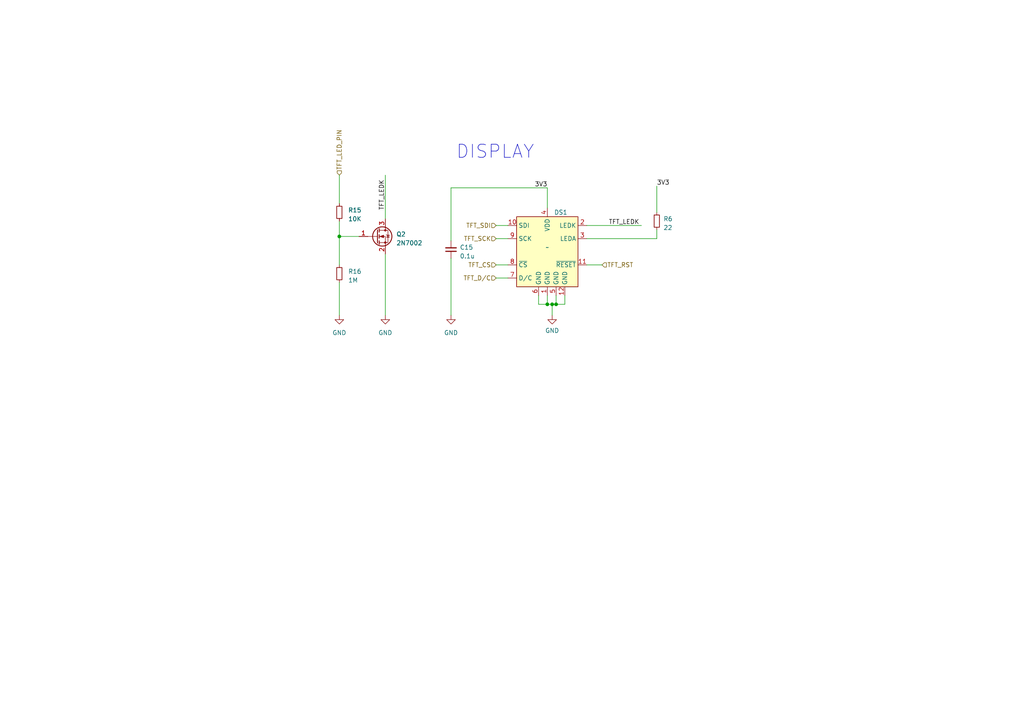
<source format=kicad_sch>
(kicad_sch (version 20230121) (generator eeschema)

  (uuid 446a9963-fff0-488a-b95e-f7a9c46584f2)

  (paper "A4")

  (lib_symbols
    (symbol "Device:C_Small" (pin_numbers hide) (pin_names (offset 0.254) hide) (in_bom yes) (on_board yes)
      (property "Reference" "C" (at 0.254 1.778 0)
        (effects (font (size 1.27 1.27)) (justify left))
      )
      (property "Value" "C_Small" (at 0.254 -2.032 0)
        (effects (font (size 1.27 1.27)) (justify left))
      )
      (property "Footprint" "" (at 0 0 0)
        (effects (font (size 1.27 1.27)) hide)
      )
      (property "Datasheet" "~" (at 0 0 0)
        (effects (font (size 1.27 1.27)) hide)
      )
      (property "ki_keywords" "capacitor cap" (at 0 0 0)
        (effects (font (size 1.27 1.27)) hide)
      )
      (property "ki_description" "Unpolarized capacitor, small symbol" (at 0 0 0)
        (effects (font (size 1.27 1.27)) hide)
      )
      (property "ki_fp_filters" "C_*" (at 0 0 0)
        (effects (font (size 1.27 1.27)) hide)
      )
      (symbol "C_Small_0_1"
        (polyline
          (pts
            (xy -1.524 -0.508)
            (xy 1.524 -0.508)
          )
          (stroke (width 0.3302) (type default))
          (fill (type none))
        )
        (polyline
          (pts
            (xy -1.524 0.508)
            (xy 1.524 0.508)
          )
          (stroke (width 0.3048) (type default))
          (fill (type none))
        )
      )
      (symbol "C_Small_1_1"
        (pin passive line (at 0 2.54 270) (length 2.032)
          (name "~" (effects (font (size 1.27 1.27))))
          (number "1" (effects (font (size 1.27 1.27))))
        )
        (pin passive line (at 0 -2.54 90) (length 2.032)
          (name "~" (effects (font (size 1.27 1.27))))
          (number "2" (effects (font (size 1.27 1.27))))
        )
      )
    )
    (symbol "Device:R_Small" (pin_numbers hide) (pin_names (offset 0.254) hide) (in_bom yes) (on_board yes)
      (property "Reference" "R" (at 0.762 0.508 0)
        (effects (font (size 1.27 1.27)) (justify left))
      )
      (property "Value" "R_Small" (at 0.762 -1.016 0)
        (effects (font (size 1.27 1.27)) (justify left))
      )
      (property "Footprint" "" (at 0 0 0)
        (effects (font (size 1.27 1.27)) hide)
      )
      (property "Datasheet" "~" (at 0 0 0)
        (effects (font (size 1.27 1.27)) hide)
      )
      (property "ki_keywords" "R resistor" (at 0 0 0)
        (effects (font (size 1.27 1.27)) hide)
      )
      (property "ki_description" "Resistor, small symbol" (at 0 0 0)
        (effects (font (size 1.27 1.27)) hide)
      )
      (property "ki_fp_filters" "R_*" (at 0 0 0)
        (effects (font (size 1.27 1.27)) hide)
      )
      (symbol "R_Small_0_1"
        (rectangle (start -0.762 1.778) (end 0.762 -1.778)
          (stroke (width 0.2032) (type default))
          (fill (type none))
        )
      )
      (symbol "R_Small_1_1"
        (pin passive line (at 0 2.54 270) (length 0.762)
          (name "~" (effects (font (size 1.27 1.27))))
          (number "1" (effects (font (size 1.27 1.27))))
        )
        (pin passive line (at 0 -2.54 90) (length 0.762)
          (name "~" (effects (font (size 1.27 1.27))))
          (number "2" (effects (font (size 1.27 1.27))))
        )
      )
    )
    (symbol "Project_Library:GC9A01" (in_bom yes) (on_board yes)
      (property "Reference" "DS" (at 6.35 10.16 0)
        (effects (font (size 1.27 1.27)))
      )
      (property "Value" "" (at 0 0 0)
        (effects (font (size 1.27 1.27)))
      )
      (property "Footprint" "Project:GC9A01_TOP" (at 0 0 0)
        (effects (font (size 1.27 1.27)) hide)
      )
      (property "Datasheet" "" (at 0 0 0)
        (effects (font (size 1.27 1.27)) hide)
      )
      (symbol "GC9A01_0_0"
        (pin power_in line (at 0 -13.97 90) (length 2.54)
          (name "GND" (effects (font (size 1.27 1.27))))
          (number "1" (effects (font (size 1.27 1.27))))
        )
        (pin bidirectional line (at -11.43 6.35 0) (length 2.54)
          (name "SDI" (effects (font (size 1.27 1.27))))
          (number "10" (effects (font (size 1.27 1.27))))
        )
        (pin input line (at 11.43 -5.08 180) (length 2.54)
          (name "~{RESET}" (effects (font (size 1.27 1.27))))
          (number "11" (effects (font (size 1.27 1.27))))
        )
        (pin power_in line (at 5.08 -13.97 90) (length 2.54)
          (name "GND" (effects (font (size 1.27 1.27))))
          (number "12" (effects (font (size 1.27 1.27))))
        )
        (pin passive line (at 11.43 6.35 180) (length 2.54)
          (name "LEDK" (effects (font (size 1.27 1.27))))
          (number "2" (effects (font (size 1.27 1.27))))
        )
        (pin passive line (at 11.43 2.54 180) (length 2.54)
          (name "LEDA" (effects (font (size 1.27 1.27))))
          (number "3" (effects (font (size 1.27 1.27))))
        )
        (pin power_in line (at 0 11.43 270) (length 2.54)
          (name "VDD" (effects (font (size 1.27 1.27))))
          (number "4" (effects (font (size 1.27 1.27))))
        )
        (pin power_in line (at 2.54 -13.97 90) (length 2.54)
          (name "GND" (effects (font (size 1.27 1.27))))
          (number "5" (effects (font (size 1.27 1.27))))
        )
        (pin power_in line (at -2.54 -13.97 90) (length 2.54)
          (name "GND" (effects (font (size 1.27 1.27))))
          (number "6" (effects (font (size 1.27 1.27))))
        )
        (pin input line (at -11.43 -8.89 0) (length 2.54)
          (name "D/C" (effects (font (size 1.27 1.27))))
          (number "7" (effects (font (size 1.27 1.27))))
        )
        (pin input line (at -11.43 -5.08 0) (length 2.54)
          (name "~{CS}" (effects (font (size 1.27 1.27))))
          (number "8" (effects (font (size 1.27 1.27))))
        )
        (pin input line (at -11.43 2.54 0) (length 2.54)
          (name "SCK" (effects (font (size 1.27 1.27))))
          (number "9" (effects (font (size 1.27 1.27))))
        )
      )
      (symbol "GC9A01_0_1"
        (rectangle (start -8.89 8.89) (end 8.89 -11.43)
          (stroke (width 0.2032) (type solid))
          (fill (type background))
        )
      )
    )
    (symbol "Transistor_FET:2N7002" (pin_names hide) (in_bom yes) (on_board yes)
      (property "Reference" "Q" (at 5.08 1.905 0)
        (effects (font (size 1.27 1.27)) (justify left))
      )
      (property "Value" "2N7002" (at 5.08 0 0)
        (effects (font (size 1.27 1.27)) (justify left))
      )
      (property "Footprint" "Package_TO_SOT_SMD:SOT-23" (at 5.08 -1.905 0)
        (effects (font (size 1.27 1.27) italic) (justify left) hide)
      )
      (property "Datasheet" "https://www.onsemi.com/pub/Collateral/NDS7002A-D.PDF" (at 0 0 0)
        (effects (font (size 1.27 1.27)) (justify left) hide)
      )
      (property "ki_keywords" "N-Channel Switching MOSFET" (at 0 0 0)
        (effects (font (size 1.27 1.27)) hide)
      )
      (property "ki_description" "0.115A Id, 60V Vds, N-Channel MOSFET, SOT-23" (at 0 0 0)
        (effects (font (size 1.27 1.27)) hide)
      )
      (property "ki_fp_filters" "SOT?23*" (at 0 0 0)
        (effects (font (size 1.27 1.27)) hide)
      )
      (symbol "2N7002_0_1"
        (polyline
          (pts
            (xy 0.254 0)
            (xy -2.54 0)
          )
          (stroke (width 0) (type default))
          (fill (type none))
        )
        (polyline
          (pts
            (xy 0.254 1.905)
            (xy 0.254 -1.905)
          )
          (stroke (width 0.254) (type default))
          (fill (type none))
        )
        (polyline
          (pts
            (xy 0.762 -1.27)
            (xy 0.762 -2.286)
          )
          (stroke (width 0.254) (type default))
          (fill (type none))
        )
        (polyline
          (pts
            (xy 0.762 0.508)
            (xy 0.762 -0.508)
          )
          (stroke (width 0.254) (type default))
          (fill (type none))
        )
        (polyline
          (pts
            (xy 0.762 2.286)
            (xy 0.762 1.27)
          )
          (stroke (width 0.254) (type default))
          (fill (type none))
        )
        (polyline
          (pts
            (xy 2.54 2.54)
            (xy 2.54 1.778)
          )
          (stroke (width 0) (type default))
          (fill (type none))
        )
        (polyline
          (pts
            (xy 2.54 -2.54)
            (xy 2.54 0)
            (xy 0.762 0)
          )
          (stroke (width 0) (type default))
          (fill (type none))
        )
        (polyline
          (pts
            (xy 0.762 -1.778)
            (xy 3.302 -1.778)
            (xy 3.302 1.778)
            (xy 0.762 1.778)
          )
          (stroke (width 0) (type default))
          (fill (type none))
        )
        (polyline
          (pts
            (xy 1.016 0)
            (xy 2.032 0.381)
            (xy 2.032 -0.381)
            (xy 1.016 0)
          )
          (stroke (width 0) (type default))
          (fill (type outline))
        )
        (polyline
          (pts
            (xy 2.794 0.508)
            (xy 2.921 0.381)
            (xy 3.683 0.381)
            (xy 3.81 0.254)
          )
          (stroke (width 0) (type default))
          (fill (type none))
        )
        (polyline
          (pts
            (xy 3.302 0.381)
            (xy 2.921 -0.254)
            (xy 3.683 -0.254)
            (xy 3.302 0.381)
          )
          (stroke (width 0) (type default))
          (fill (type none))
        )
        (circle (center 1.651 0) (radius 2.794)
          (stroke (width 0.254) (type default))
          (fill (type none))
        )
        (circle (center 2.54 -1.778) (radius 0.254)
          (stroke (width 0) (type default))
          (fill (type outline))
        )
        (circle (center 2.54 1.778) (radius 0.254)
          (stroke (width 0) (type default))
          (fill (type outline))
        )
      )
      (symbol "2N7002_1_1"
        (pin input line (at -5.08 0 0) (length 2.54)
          (name "G" (effects (font (size 1.27 1.27))))
          (number "1" (effects (font (size 1.27 1.27))))
        )
        (pin passive line (at 2.54 -5.08 90) (length 2.54)
          (name "S" (effects (font (size 1.27 1.27))))
          (number "2" (effects (font (size 1.27 1.27))))
        )
        (pin passive line (at 2.54 5.08 270) (length 2.54)
          (name "D" (effects (font (size 1.27 1.27))))
          (number "3" (effects (font (size 1.27 1.27))))
        )
      )
    )
    (symbol "power:GND" (power) (pin_names (offset 0)) (in_bom yes) (on_board yes)
      (property "Reference" "#PWR" (at 0 -6.35 0)
        (effects (font (size 1.27 1.27)) hide)
      )
      (property "Value" "GND" (at 0 -3.81 0)
        (effects (font (size 1.27 1.27)))
      )
      (property "Footprint" "" (at 0 0 0)
        (effects (font (size 1.27 1.27)) hide)
      )
      (property "Datasheet" "" (at 0 0 0)
        (effects (font (size 1.27 1.27)) hide)
      )
      (property "ki_keywords" "global power" (at 0 0 0)
        (effects (font (size 1.27 1.27)) hide)
      )
      (property "ki_description" "Power symbol creates a global label with name \"GND\" , ground" (at 0 0 0)
        (effects (font (size 1.27 1.27)) hide)
      )
      (symbol "GND_0_1"
        (polyline
          (pts
            (xy 0 0)
            (xy 0 -1.27)
            (xy 1.27 -1.27)
            (xy 0 -2.54)
            (xy -1.27 -1.27)
            (xy 0 -1.27)
          )
          (stroke (width 0) (type default))
          (fill (type none))
        )
      )
      (symbol "GND_1_1"
        (pin power_in line (at 0 0 270) (length 0) hide
          (name "GND" (effects (font (size 1.27 1.27))))
          (number "1" (effects (font (size 1.27 1.27))))
        )
      )
    )
  )

  (junction (at 98.425 68.58) (diameter 0) (color 0 0 0 0)
    (uuid 6305eeb4-b5fe-4621-96bd-05fc81eaf171)
  )
  (junction (at 161.29 88.265) (diameter 0) (color 0 0 0 0)
    (uuid 8e7391bc-ed06-4ec4-ae94-9a8872d25e48)
  )
  (junction (at 160.147 88.265) (diameter 0) (color 0 0 0 0)
    (uuid bfd538af-f2ce-4eaf-9199-92f6013ef711)
  )
  (junction (at 158.75 88.265) (diameter 0) (color 0 0 0 0)
    (uuid deb3e419-d1ae-4ab1-9c3e-7b61e4ec8adb)
  )

  (wire (pts (xy 163.83 88.265) (xy 163.83 85.725))
    (stroke (width 0) (type default))
    (uuid 0a90373d-1db6-43a7-b41e-343cd5266635)
  )
  (wire (pts (xy 111.76 73.66) (xy 111.76 91.44))
    (stroke (width 0) (type default))
    (uuid 10d721e6-f7e0-4cdd-a417-fa44f61d17ae)
  )
  (wire (pts (xy 98.425 68.58) (xy 104.14 68.58))
    (stroke (width 0) (type default))
    (uuid 17de60bc-20a3-476c-bceb-baf282f35f7c)
  )
  (wire (pts (xy 111.76 50.8) (xy 111.76 63.5))
    (stroke (width 0) (type default))
    (uuid 1ccfe04c-bdd4-4f25-8666-1cddfbfc8534)
  )
  (wire (pts (xy 98.425 68.58) (xy 98.425 76.835))
    (stroke (width 0) (type default))
    (uuid 246cd303-8420-4dae-a5e0-d24e575c5d75)
  )
  (wire (pts (xy 130.81 74.93) (xy 130.81 91.44))
    (stroke (width 0) (type default))
    (uuid 2ebb790c-0717-41fb-8b43-4ebcd7e52fa0)
  )
  (wire (pts (xy 161.29 85.725) (xy 161.29 88.265))
    (stroke (width 0) (type default))
    (uuid 35ddd4e9-1454-4c4e-a122-a9591d723036)
  )
  (wire (pts (xy 158.75 54.483) (xy 158.75 60.325))
    (stroke (width 0) (type default))
    (uuid 37279095-a33e-499e-b1d2-f18b13c01b20)
  )
  (wire (pts (xy 98.425 50.8) (xy 98.425 59.055))
    (stroke (width 0) (type default))
    (uuid 3978e519-557c-47f2-a08a-5ddbc2df80a2)
  )
  (wire (pts (xy 143.891 69.215) (xy 147.32 69.215))
    (stroke (width 0) (type default))
    (uuid 39fabd37-c841-4c09-bc76-34199dbd0171)
  )
  (wire (pts (xy 170.18 65.405) (xy 186.055 65.405))
    (stroke (width 0) (type default))
    (uuid 46681490-f151-4ab2-8bd3-2ace674e5eb0)
  )
  (wire (pts (xy 158.75 85.725) (xy 158.75 88.265))
    (stroke (width 0) (type default))
    (uuid 498b3ab8-4c0a-479d-a199-283be4819474)
  )
  (wire (pts (xy 156.21 85.725) (xy 156.21 88.265))
    (stroke (width 0) (type default))
    (uuid 4f9428aa-f150-42ea-ae9c-11c3f14c9dcd)
  )
  (wire (pts (xy 156.21 88.265) (xy 158.75 88.265))
    (stroke (width 0) (type default))
    (uuid 57f03832-e57b-4a2b-92fc-15261d914a3b)
  )
  (wire (pts (xy 160.147 91.44) (xy 160.147 88.265))
    (stroke (width 0) (type default))
    (uuid 630ffde8-e41f-460b-a0f6-be0919d5024f)
  )
  (wire (pts (xy 170.18 76.835) (xy 174.625 76.835))
    (stroke (width 0) (type default))
    (uuid 64cdfc84-6355-406e-8efe-8f62b1055d46)
  )
  (wire (pts (xy 190.5 69.215) (xy 170.18 69.215))
    (stroke (width 0) (type default))
    (uuid 663f0567-b642-416e-a81d-75ec0b8c28e6)
  )
  (wire (pts (xy 130.81 69.85) (xy 130.81 54.483))
    (stroke (width 0) (type default))
    (uuid 7913ecc4-bee7-48f9-be3f-478979c254c9)
  )
  (wire (pts (xy 143.891 65.405) (xy 147.32 65.405))
    (stroke (width 0) (type default))
    (uuid 81ae9b44-fcdf-4398-9080-01a2c281522c)
  )
  (wire (pts (xy 158.75 88.265) (xy 160.147 88.265))
    (stroke (width 0) (type default))
    (uuid 84d5b7b6-bd5d-477c-a145-33429a825d00)
  )
  (wire (pts (xy 130.81 54.483) (xy 158.75 54.483))
    (stroke (width 0) (type default))
    (uuid 990c3427-0c8f-4729-91a2-d18f03857769)
  )
  (wire (pts (xy 160.147 88.265) (xy 161.29 88.265))
    (stroke (width 0) (type default))
    (uuid 9ad45226-8389-4e5a-b78e-0d79469ffcbd)
  )
  (wire (pts (xy 143.891 80.645) (xy 147.32 80.645))
    (stroke (width 0) (type default))
    (uuid 9c452466-8412-4405-9186-c566ca29e173)
  )
  (wire (pts (xy 98.425 81.915) (xy 98.425 91.44))
    (stroke (width 0) (type default))
    (uuid b2155aab-e99f-4f68-b417-63cfc6b435ca)
  )
  (wire (pts (xy 98.425 64.135) (xy 98.425 68.58))
    (stroke (width 0) (type default))
    (uuid d277f48d-8ad2-4f5f-8092-0c512eca65af)
  )
  (wire (pts (xy 143.891 76.835) (xy 147.32 76.835))
    (stroke (width 0) (type default))
    (uuid d78cfc13-b467-4d53-9b1b-02310e8a95ad)
  )
  (wire (pts (xy 190.5 66.675) (xy 190.5 69.215))
    (stroke (width 0) (type default))
    (uuid e3298eb0-c210-427d-ae5a-d92ebc9b8816)
  )
  (wire (pts (xy 161.29 88.265) (xy 163.83 88.265))
    (stroke (width 0) (type default))
    (uuid efeb2337-eb91-4c0a-b147-e85a62f03481)
  )
  (wire (pts (xy 190.5 53.975) (xy 190.5 61.595))
    (stroke (width 0) (type default))
    (uuid ff395d9a-3010-4e84-a2b0-020cc5703698)
  )

  (text "DISPLAY\n" (at 132.207 46.355 0)
    (effects (font (size 3.81 3.81)) (justify left bottom))
    (uuid bbc0c7c4-fb10-4d59-a196-efac30fe37f6)
  )

  (label "3V3" (at 155.067 54.483 0) (fields_autoplaced)
    (effects (font (size 1.27 1.27)) (justify left bottom))
    (uuid 54d3c339-386e-44d0-a913-29f136420a21)
  )
  (label "TFT_LEDK" (at 176.53 65.405 0) (fields_autoplaced)
    (effects (font (size 1.27 1.27)) (justify left bottom))
    (uuid 571fbf6f-f85a-4d3a-80dc-e1f7b5c3238b)
  )
  (label "3V3" (at 190.5 53.975 0) (fields_autoplaced)
    (effects (font (size 1.27 1.27)) (justify left bottom))
    (uuid ea8bb20c-a0ac-4290-9b74-4c19249f545a)
  )
  (label "TFT_LEDK" (at 111.76 60.96 90) (fields_autoplaced)
    (effects (font (size 1.27 1.27)) (justify left bottom))
    (uuid fe648cb1-d834-4f99-a95e-549f0ebc4c4e)
  )

  (hierarchical_label "TFT_SCK" (shape input) (at 143.891 69.215 180) (fields_autoplaced)
    (effects (font (size 1.27 1.27)) (justify right))
    (uuid 3c82c283-5d48-49cf-a57b-ab0b13817c14)
  )
  (hierarchical_label "TFT_CS" (shape input) (at 143.891 76.835 180) (fields_autoplaced)
    (effects (font (size 1.27 1.27)) (justify right))
    (uuid 43d97ee5-f756-418e-983f-6819b4bd7189)
  )
  (hierarchical_label "TFT_SDI" (shape input) (at 143.891 65.405 180) (fields_autoplaced)
    (effects (font (size 1.27 1.27)) (justify right))
    (uuid 5914bab1-8e41-4adc-83dd-9f012a22b7a6)
  )
  (hierarchical_label "TFT_RST" (shape input) (at 174.625 76.835 0) (fields_autoplaced)
    (effects (font (size 1.27 1.27)) (justify left))
    (uuid d998cfba-4032-4da9-a219-251cfea77bb8)
  )
  (hierarchical_label "TFT_D{slash}C" (shape input) (at 143.891 80.645 180) (fields_autoplaced)
    (effects (font (size 1.27 1.27)) (justify right))
    (uuid e71d5b2f-3310-467b-958c-7b722016d6fd)
  )
  (hierarchical_label "TFT_LED_PIN" (shape input) (at 98.425 50.8 90) (fields_autoplaced)
    (effects (font (size 1.27 1.27)) (justify left))
    (uuid e94ef3ec-0b0c-4f0e-ac20-222519697268)
  )

  (symbol (lib_id "Device:R_Small") (at 190.5 64.135 180) (unit 1)
    (in_bom yes) (on_board yes) (dnp no) (fields_autoplaced)
    (uuid 04088a03-97e4-45b8-98e2-93802f33e896)
    (property "Reference" "R6" (at 192.405 63.5 0)
      (effects (font (size 1.27 1.27)) (justify right))
    )
    (property "Value" "22" (at 192.405 66.04 0)
      (effects (font (size 1.27 1.27)) (justify right))
    )
    (property "Footprint" "" (at 190.5 64.135 0)
      (effects (font (size 1.27 1.27)) hide)
    )
    (property "Datasheet" "~" (at 190.5 64.135 0)
      (effects (font (size 1.27 1.27)) hide)
    )
    (pin "1" (uuid e29cfc6e-0c33-4a61-a048-2d22f5a35e77))
    (pin "2" (uuid 9d6400c7-a08f-4a5b-b750-5957833646fa))
    (instances
      (project "BEEWATCH"
        (path "/e9c5fb53-480b-4989-8495-a3341ee99514/15b9618d-10d4-4333-8312-f49228536273"
          (reference "R6") (unit 1)
        )
      )
    )
  )

  (symbol (lib_id "Device:R_Small") (at 98.425 61.595 0) (unit 1)
    (in_bom yes) (on_board yes) (dnp no) (fields_autoplaced)
    (uuid 56fa8621-b7bc-456a-a321-6ad12905d857)
    (property "Reference" "R15" (at 100.965 60.96 0)
      (effects (font (size 1.27 1.27)) (justify left))
    )
    (property "Value" "10K" (at 100.965 63.5 0)
      (effects (font (size 1.27 1.27)) (justify left))
    )
    (property "Footprint" "" (at 98.425 61.595 0)
      (effects (font (size 1.27 1.27)) hide)
    )
    (property "Datasheet" "~" (at 98.425 61.595 0)
      (effects (font (size 1.27 1.27)) hide)
    )
    (pin "1" (uuid c8094e09-4c30-4da1-b682-65b2190ee530))
    (pin "2" (uuid 044d011a-6ec9-4c3d-bf3d-16e478b5ad6f))
    (instances
      (project "BEEWATCH"
        (path "/e9c5fb53-480b-4989-8495-a3341ee99514/15b9618d-10d4-4333-8312-f49228536273"
          (reference "R15") (unit 1)
        )
      )
    )
  )

  (symbol (lib_id "power:GND") (at 111.76 91.44 0) (unit 1)
    (in_bom yes) (on_board yes) (dnp no) (fields_autoplaced)
    (uuid 9a458148-cf4a-47cf-b9b9-0b4ac0b332d4)
    (property "Reference" "#PWR020" (at 111.76 97.79 0)
      (effects (font (size 1.27 1.27)) hide)
    )
    (property "Value" "GND" (at 111.76 96.52 0)
      (effects (font (size 1.27 1.27)))
    )
    (property "Footprint" "" (at 111.76 91.44 0)
      (effects (font (size 1.27 1.27)) hide)
    )
    (property "Datasheet" "" (at 111.76 91.44 0)
      (effects (font (size 1.27 1.27)) hide)
    )
    (pin "1" (uuid 88afdc8c-1697-4622-82fe-9b022bc1750a))
    (instances
      (project "BEEWATCH"
        (path "/e9c5fb53-480b-4989-8495-a3341ee99514/15b9618d-10d4-4333-8312-f49228536273"
          (reference "#PWR020") (unit 1)
        )
      )
    )
  )

  (symbol (lib_id "power:GND") (at 160.147 91.44 0) (unit 1)
    (in_bom yes) (on_board yes) (dnp no) (fields_autoplaced)
    (uuid a0d1fcaf-d253-4ce6-803b-4ab5c20fe69f)
    (property "Reference" "#PWR013" (at 160.147 97.79 0)
      (effects (font (size 1.27 1.27)) hide)
    )
    (property "Value" "GND" (at 160.147 95.885 0)
      (effects (font (size 1.27 1.27)))
    )
    (property "Footprint" "" (at 160.147 91.44 0)
      (effects (font (size 1.27 1.27)) hide)
    )
    (property "Datasheet" "" (at 160.147 91.44 0)
      (effects (font (size 1.27 1.27)) hide)
    )
    (pin "1" (uuid 81ef0af4-3c61-42c7-b1e7-6fbddd650973))
    (instances
      (project "BEEWATCH"
        (path "/e9c5fb53-480b-4989-8495-a3341ee99514/15b9618d-10d4-4333-8312-f49228536273"
          (reference "#PWR013") (unit 1)
        )
      )
    )
  )

  (symbol (lib_id "Device:C_Small") (at 130.81 72.39 180) (unit 1)
    (in_bom yes) (on_board yes) (dnp no) (fields_autoplaced)
    (uuid a65ac1ab-cc1c-476c-85ff-fdb00cfdca75)
    (property "Reference" "C15" (at 133.35 71.7486 0)
      (effects (font (size 1.27 1.27)) (justify right))
    )
    (property "Value" "0.1u" (at 133.35 74.2886 0)
      (effects (font (size 1.27 1.27)) (justify right))
    )
    (property "Footprint" "" (at 130.81 72.39 0)
      (effects (font (size 1.27 1.27)) hide)
    )
    (property "Datasheet" "~" (at 130.81 72.39 0)
      (effects (font (size 1.27 1.27)) hide)
    )
    (pin "1" (uuid 7c654b94-24cc-46e2-a2d1-de689847c6b2))
    (pin "2" (uuid ae4b2f33-cc2d-448c-8c78-e43c23bdc5a1))
    (instances
      (project "BEEWATCH"
        (path "/e9c5fb53-480b-4989-8495-a3341ee99514/15b9618d-10d4-4333-8312-f49228536273"
          (reference "C15") (unit 1)
        )
      )
    )
  )

  (symbol (lib_id "power:GND") (at 98.425 91.44 0) (unit 1)
    (in_bom yes) (on_board yes) (dnp no) (fields_autoplaced)
    (uuid aba8ee82-7b40-4a2c-a02e-e3061d67f041)
    (property "Reference" "#PWR021" (at 98.425 97.79 0)
      (effects (font (size 1.27 1.27)) hide)
    )
    (property "Value" "GND" (at 98.425 96.52 0)
      (effects (font (size 1.27 1.27)))
    )
    (property "Footprint" "" (at 98.425 91.44 0)
      (effects (font (size 1.27 1.27)) hide)
    )
    (property "Datasheet" "" (at 98.425 91.44 0)
      (effects (font (size 1.27 1.27)) hide)
    )
    (pin "1" (uuid dc6220fc-ce97-4f99-ac00-26baaf4d0bbe))
    (instances
      (project "BEEWATCH"
        (path "/e9c5fb53-480b-4989-8495-a3341ee99514/15b9618d-10d4-4333-8312-f49228536273"
          (reference "#PWR021") (unit 1)
        )
      )
    )
  )

  (symbol (lib_id "Project_Library:GC9A01") (at 158.75 71.755 0) (unit 1)
    (in_bom yes) (on_board yes) (dnp no) (fields_autoplaced)
    (uuid b2d61d51-032c-4149-b27e-674ce9dd374b)
    (property "Reference" "DS1" (at 160.7059 61.595 0)
      (effects (font (size 1.27 1.27)) (justify left))
    )
    (property "Value" "~" (at 158.75 71.755 0)
      (effects (font (size 1.27 1.27)))
    )
    (property "Footprint" "Project:GC9A01_TOP" (at 158.75 71.755 0)
      (effects (font (size 1.27 1.27)) hide)
    )
    (property "Datasheet" "" (at 158.75 71.755 0)
      (effects (font (size 1.27 1.27)) hide)
    )
    (pin "1" (uuid a99b2e36-ddac-44a0-b4c2-1f0d0813b43d))
    (pin "10" (uuid 1f715900-7c5a-466f-ba17-5653d4b49e05))
    (pin "11" (uuid a718bf23-d18b-4e10-a1b9-05bcced9471a))
    (pin "12" (uuid 69deb06c-7acd-4184-a68f-309db3f47f6b))
    (pin "2" (uuid 008e50a6-6049-4907-9b1c-bceeb6c0c6d2))
    (pin "3" (uuid 1fb778cc-47c9-4a6f-af75-61b414131fc7))
    (pin "4" (uuid f7fdbf87-0cc5-4f5a-8d3d-9896f5bf5572))
    (pin "5" (uuid 29e25167-7ece-4358-a8e3-831cd1b20dbb))
    (pin "6" (uuid 0116893a-26b1-4225-8d5d-bc8c6b9b8321))
    (pin "7" (uuid fa8273eb-cec1-4457-85f7-2d4f781740d1))
    (pin "8" (uuid 3f73fcd3-0780-4abf-850f-22304912d699))
    (pin "9" (uuid 6fa080dc-6191-4833-b4a7-840c21da043f))
    (instances
      (project "BEEWATCH"
        (path "/e9c5fb53-480b-4989-8495-a3341ee99514/15b9618d-10d4-4333-8312-f49228536273"
          (reference "DS1") (unit 1)
        )
      )
    )
  )

  (symbol (lib_id "Transistor_FET:2N7002") (at 109.22 68.58 0) (unit 1)
    (in_bom yes) (on_board yes) (dnp no) (fields_autoplaced)
    (uuid d7d549d3-d233-4604-b068-a110a7808435)
    (property "Reference" "Q2" (at 114.935 67.945 0)
      (effects (font (size 1.27 1.27)) (justify left))
    )
    (property "Value" "2N7002" (at 114.935 70.485 0)
      (effects (font (size 1.27 1.27)) (justify left))
    )
    (property "Footprint" "Package_TO_SOT_SMD:SOT-23" (at 114.3 70.485 0)
      (effects (font (size 1.27 1.27) italic) (justify left) hide)
    )
    (property "Datasheet" "https://www.onsemi.com/pub/Collateral/NDS7002A-D.PDF" (at 109.22 68.58 0)
      (effects (font (size 1.27 1.27)) (justify left) hide)
    )
    (pin "1" (uuid b7bb2ed4-de21-4995-84a4-d9522a99ddb4))
    (pin "2" (uuid 6273abdd-71d8-4b4f-9d1b-22886e3baa67))
    (pin "3" (uuid 267250dc-083e-4f82-8277-c5b96925fc59))
    (instances
      (project "BEEWATCH"
        (path "/e9c5fb53-480b-4989-8495-a3341ee99514/15b9618d-10d4-4333-8312-f49228536273"
          (reference "Q2") (unit 1)
        )
      )
    )
  )

  (symbol (lib_id "power:GND") (at 130.81 91.44 0) (unit 1)
    (in_bom yes) (on_board yes) (dnp no) (fields_autoplaced)
    (uuid df0b8c30-8bd3-4229-b0fb-84528980f2f0)
    (property "Reference" "#PWR014" (at 130.81 97.79 0)
      (effects (font (size 1.27 1.27)) hide)
    )
    (property "Value" "GND" (at 130.81 96.52 0)
      (effects (font (size 1.27 1.27)))
    )
    (property "Footprint" "" (at 130.81 91.44 0)
      (effects (font (size 1.27 1.27)) hide)
    )
    (property "Datasheet" "" (at 130.81 91.44 0)
      (effects (font (size 1.27 1.27)) hide)
    )
    (pin "1" (uuid 87b2e92b-c959-4d8a-9d27-39db1317edf6))
    (instances
      (project "BEEWATCH"
        (path "/e9c5fb53-480b-4989-8495-a3341ee99514/15b9618d-10d4-4333-8312-f49228536273"
          (reference "#PWR014") (unit 1)
        )
      )
    )
  )

  (symbol (lib_id "Device:R_Small") (at 98.425 79.375 0) (unit 1)
    (in_bom yes) (on_board yes) (dnp no) (fields_autoplaced)
    (uuid ec7b502e-0470-430d-8df8-7e5c1f21817f)
    (property "Reference" "R16" (at 100.965 78.74 0)
      (effects (font (size 1.27 1.27)) (justify left))
    )
    (property "Value" "1M" (at 100.965 81.28 0)
      (effects (font (size 1.27 1.27)) (justify left))
    )
    (property "Footprint" "" (at 98.425 79.375 0)
      (effects (font (size 1.27 1.27)) hide)
    )
    (property "Datasheet" "~" (at 98.425 79.375 0)
      (effects (font (size 1.27 1.27)) hide)
    )
    (pin "1" (uuid 901f4e92-6173-42af-bd51-ea096019c81a))
    (pin "2" (uuid 474d55df-4957-4acf-9d66-edd976c8c422))
    (instances
      (project "BEEWATCH"
        (path "/e9c5fb53-480b-4989-8495-a3341ee99514/15b9618d-10d4-4333-8312-f49228536273"
          (reference "R16") (unit 1)
        )
      )
    )
  )
)

</source>
